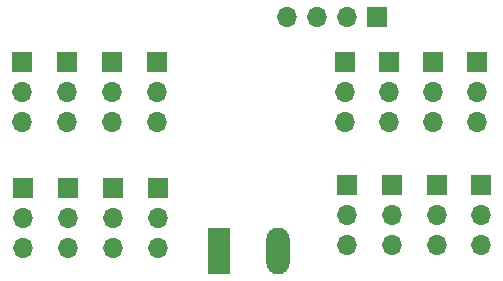
<source format=gbr>
%TF.GenerationSoftware,KiCad,Pcbnew,7.99.0-957-g18dd623122*%
%TF.CreationDate,2023-08-18T16:19:00-04:00*%
%TF.ProjectId,pca9685,70636139-3638-4352-9e6b-696361645f70,V1.0*%
%TF.SameCoordinates,Original*%
%TF.FileFunction,Soldermask,Bot*%
%TF.FilePolarity,Negative*%
%FSLAX46Y46*%
G04 Gerber Fmt 4.6, Leading zero omitted, Abs format (unit mm)*
G04 Created by KiCad (PCBNEW 7.99.0-957-g18dd623122) date 2023-08-18 16:19:00*
%MOMM*%
%LPD*%
G01*
G04 APERTURE LIST*
%ADD10R,1.700000X1.700000*%
%ADD11O,1.700000X1.700000*%
%ADD12R,1.980000X3.960000*%
%ADD13O,1.980000X3.960000*%
G04 APERTURE END LIST*
D10*
%TO.C,J9*%
X148352934Y-105156000D03*
D11*
X148352934Y-107696000D03*
X148352934Y-110236000D03*
%TD*%
D10*
%TO.C,J8*%
X132317066Y-105410000D03*
D11*
X132317066Y-107950000D03*
X132317066Y-110490000D03*
%TD*%
D10*
%TO.C,J10*%
X152146000Y-105156000D03*
D11*
X152146000Y-107696000D03*
X152146000Y-110236000D03*
%TD*%
D10*
%TO.C,J13*%
X159371058Y-94742000D03*
D11*
X159371058Y-97282000D03*
X159371058Y-99822000D03*
%TD*%
D10*
%TO.C,J16*%
X148152472Y-94742000D03*
D11*
X148152472Y-97282000D03*
X148152472Y-99822000D03*
%TD*%
D10*
%TO.C,J5*%
X120937868Y-105410000D03*
D11*
X120937868Y-107950000D03*
X120937868Y-110490000D03*
%TD*%
D10*
%TO.C,J1*%
X132296777Y-94757000D03*
D11*
X132296777Y-97297000D03*
X132296777Y-99837000D03*
%TD*%
D10*
%TO.C,J12*%
X159732132Y-105156000D03*
D11*
X159732132Y-107696000D03*
X159732132Y-110236000D03*
%TD*%
D12*
%TO.C,J18*%
X137494000Y-110744000D03*
D13*
X142494000Y-110744000D03*
%TD*%
D10*
%TO.C,J17*%
X150875999Y-90932000D03*
D11*
X148335999Y-90932000D03*
X145796000Y-90932000D03*
X143255999Y-90932000D03*
%TD*%
D10*
%TO.C,J14*%
X155631528Y-94742000D03*
D11*
X155631528Y-97282000D03*
X155631528Y-99822000D03*
%TD*%
D10*
%TO.C,J11*%
X155939066Y-105156000D03*
D11*
X155939066Y-107696000D03*
X155939066Y-110236000D03*
%TD*%
D10*
%TO.C,J4*%
X120843498Y-94757000D03*
D11*
X120843498Y-97297000D03*
X120843498Y-99837000D03*
%TD*%
D10*
%TO.C,J6*%
X124730934Y-105410000D03*
D11*
X124730934Y-107950000D03*
X124730934Y-110490000D03*
%TD*%
D10*
%TO.C,J2*%
X128479016Y-94757000D03*
D11*
X128479016Y-97297000D03*
X128479016Y-99837000D03*
%TD*%
D10*
%TO.C,J15*%
X151892000Y-94742000D03*
D11*
X151892000Y-97282000D03*
X151892000Y-99822000D03*
%TD*%
D10*
%TO.C,J3*%
X124661257Y-94757000D03*
D11*
X124661257Y-97297000D03*
X124661257Y-99837000D03*
%TD*%
D10*
%TO.C,J7*%
X128524000Y-105410000D03*
D11*
X128524000Y-107950000D03*
X128524000Y-110490000D03*
%TD*%
M02*

</source>
